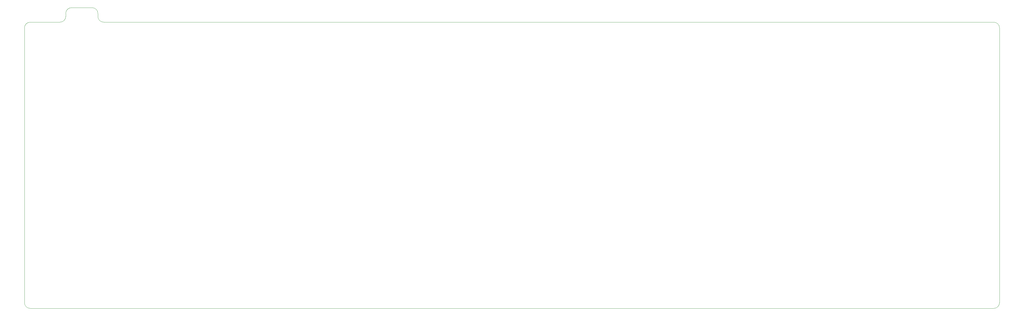
<source format=gbr>
%TF.GenerationSoftware,KiCad,Pcbnew,8.0.0*%
%TF.CreationDate,2024-11-20T19:58:16-08:00*%
%TF.ProjectId,Hampter1.3,48616d70-7465-4723-912e-332e6b696361,rev?*%
%TF.SameCoordinates,Original*%
%TF.FileFunction,Profile,NP*%
%FSLAX46Y46*%
G04 Gerber Fmt 4.6, Leading zero omitted, Abs format (unit mm)*
G04 Created by KiCad (PCBNEW 8.0.0) date 2024-11-20 19:58:16*
%MOMM*%
%LPD*%
G01*
G04 APERTURE LIST*
%TA.AperFunction,Profile*%
%ADD10C,0.050000*%
%TD*%
G04 APERTURE END LIST*
D10*
X185039000Y-122173998D02*
X185039002Y-122809000D01*
X186944000Y-125095002D02*
G75*
G02*
X185038998Y-123190002I0J1905002D01*
G01*
X172466002Y-125095002D02*
X162559999Y-125094999D01*
X186944000Y-125095002D02*
X482600002Y-125095000D01*
X174370998Y-122173998D02*
G75*
G02*
X176275998Y-120268998I1905002J-2D01*
G01*
X160654999Y-126999999D02*
G75*
G02*
X162559999Y-125094999I1905001J-1D01*
G01*
X174371000Y-122809000D02*
X174371002Y-123190002D01*
X174370998Y-122173998D02*
X174371000Y-122809000D01*
X484505002Y-218440002D02*
G75*
G02*
X482600002Y-220345002I-1905002J2D01*
G01*
X185039002Y-122809000D02*
X185039000Y-123190002D01*
X160654999Y-126999999D02*
X160655000Y-218440002D01*
X482600002Y-125095000D02*
G75*
G02*
X484505000Y-127000000I-2J-1905000D01*
G01*
X162559999Y-220345001D02*
G75*
G02*
X160654999Y-218440001I1J1905001D01*
G01*
X484505002Y-127000000D02*
X484505002Y-218440002D01*
X174371002Y-123190002D02*
G75*
G02*
X172466002Y-125095002I-1905002J2D01*
G01*
X183134000Y-120268998D02*
G75*
G02*
X185039002Y-122173998I0J-1905002D01*
G01*
X162560000Y-220345002D02*
X482600002Y-220345002D01*
X176275998Y-120268998D02*
X183134000Y-120268998D01*
M02*

</source>
